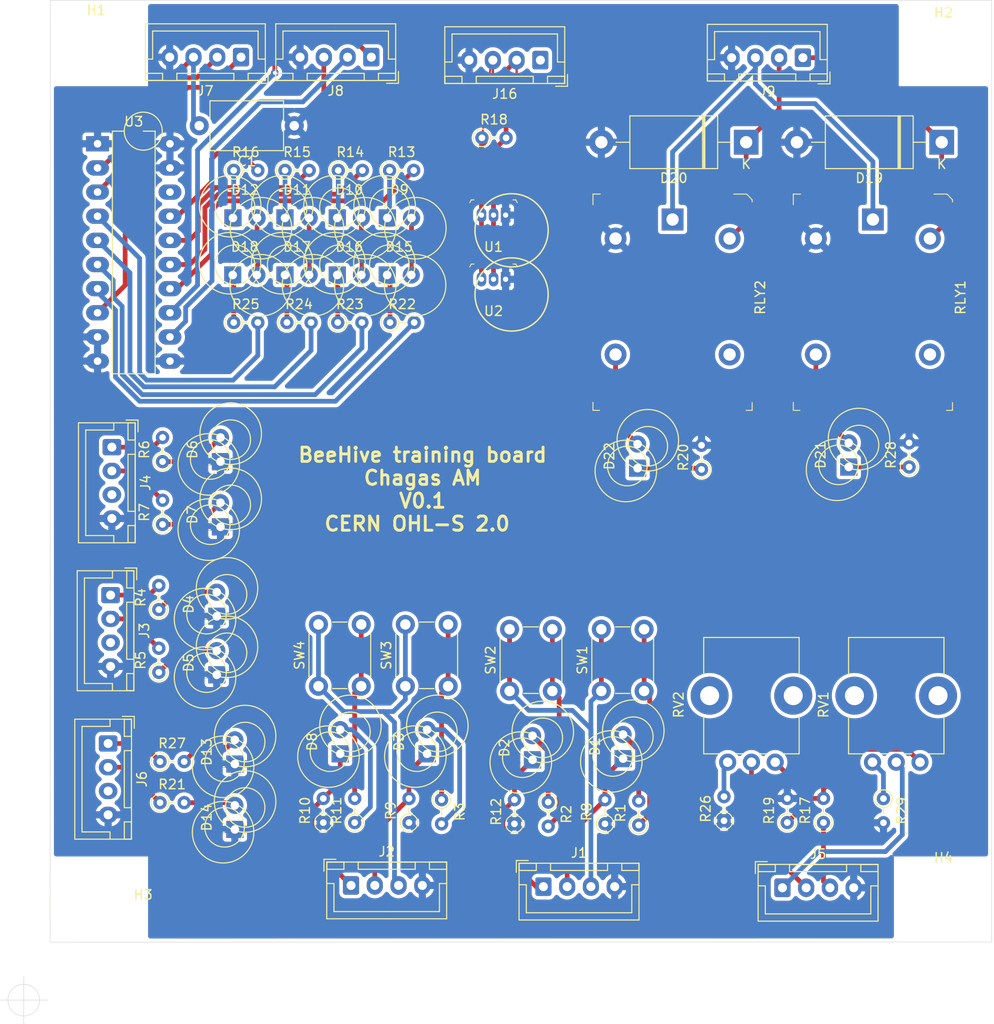
<source format=kicad_pcb>
(kicad_pcb (version 20171130) (host pcbnew "(5.1.4-0-10_14)")
  (layers (0 F.Cu signal) (31 B.Cu signal hide) (34 B.Paste user) (35 F.Paste user) (36 B.SilkS user) (37 F.SilkS user) (38 B.Mask user) (39 F.Mask user) (44 Edge.Cuts user))
  (net 0 "")
  (net 1 "Net-(D1-Pad1)")
  (net 2 "Net-(D2-Pad1)")
  (net 3 "Net-(D2-Pad2)")
  (net 4 "Net-(D3-Pad1)")
  (net 5 "Net-(D3-Pad2)")
  (net 6 "GND")
  (net 7 "Net-(D4-Pad2)")
  (net 8 "Net-(D5-Pad2)")
  (net 9 "Net-(D6-Pad2)")
  (net 10 "Net-(D7-Pad2)")
  (net 11 "Net-(D8-Pad1)")
  (net 12 "Net-(D8-Pad2)")
  (net 13 "Net-(D9-Pad1)")
  (net 14 "Net-(D11-Pad1)")
  (net 15 "Net-(D13-Pad2)")
  (net 16 "Net-(J6-Pad2)")
  (net 17 "Net-(J6-Pad1)")
  (net 18 "Net-(D14-Pad2)")
  (net 19 "Net-(D15-Pad1)")
  (net 20 "Net-(D16-Pad1)")
  (net 21 "Net-(D17-Pad1)")
  (net 22 "+5V")
  (net 23 "Net-(J3-Pad2)")
  (net 24 "Net-(J3-Pad1)")
  (net 25 "Net-(J4-Pad1)")
  (net 26 "Net-(J4-Pad2)")
  (net 27 "Net-(J5-Pad1)")
  (net 28 "Net-(J5-Pad2)")
  (net 29 "Net-(J7-Pad1)")
  (net 30 "Net-(J8-Pad1)")
  (net 31 "Net-(R1-Pad1)")
  (net 32 "Net-(R2-Pad2)")
  (net 33 "Net-(R17-Pad2)")
  (net 35 "Net-(J16-Pad2)")
  (net 36 "Net-(R26-Pad2)")
  (net 39 "Net-(D1-Pad2)")
  (net 40 "Net-(D21-Pad1)")
  (net 41 "Net-(D21-Pad2)")
  (net 42 "Net-(D22-Pad2)")
  (net 43 "Net-(D22-Pad1)")
  (net 44 "Net-(J7-Pad2)")
  (net 45 "Net-(J8-Pad2)")
  (net 47 "Net-(D10-Pad1)")
  (net 48 "Net-(D12-Pad1)")
  (net 49 "Net-(R3-Pad1)")
  (net 50 "Net-(R11-Pad2)")
  (net 51 "Net-(D19-Pad1)")
  (net 52 "Net-(D20-Pad1)")
  (net 53 "Net-(D18-Pad1)")
  (net 54 "Net-(R13-Pad2)")
  (net 55 "Net-(R14-Pad2)")
  (net 56 "Net-(R15-Pad2)")
  (net 57 "Net-(R16-Pad2)")
  (net 58 "Net-(R22-Pad2)")
  (net 59 "Net-(R23-Pad2)")
  (net 60 "Net-(R24-Pad2)")
  (net 61 "Net-(R25-Pad2)")
  (net 62 "Net-(RV1-Pad3)")
  (module "LED_THT:LED_D3.0mm" (layer "F.Cu") (at 97.099 100.076 90)
    (fp_text reference "D1" (at 1.27 -2.96 90) (layer "F.SilkS"))
    (fp_text value "LED")
    (pad "1" thru_hole rect (at 0 0 90) (size 1.8 1.8) (drill 0.9) (layers *.Cu *.Mask) (net 1 "Net-(D1-Pad1)"))
    (pad "2" thru_hole circle (at 2.54 0 90) (size 1.8 1.8) (drill 0.9) (layers *.Cu *.Mask) (net 39 "Net-(D1-Pad2)"))
  )
  (module "LED_THT:LED_D3.0mm" (layer "F.Cu") (at 76.478 99.568 90)
    (fp_text reference "D3" (at 1.27 -2.96 90) (layer "F.SilkS"))
    (fp_text value "LED")
    (pad "1" thru_hole rect (at 0 0 90) (size 1.8 1.8) (drill 0.9) (layers *.Cu *.Mask) (net 4 "Net-(D3-Pad1)"))
    (pad "2" thru_hole circle (at 2.54 0 90) (size 1.8 1.8) (drill 0.9) (layers *.Cu *.Mask) (net 5 "Net-(D3-Pad2)"))
  )
  (module "LED_THT:LED_D3.0mm" (layer "F.Cu") (at 54.346 85.103 90)
    (fp_text reference "D4" (at 1.27 -2.96 90) (layer "F.SilkS"))
    (fp_text value "LED")
    (pad "1" thru_hole rect (at 0 0 90) (size 1.8 1.8) (drill 0.9) (layers *.Cu *.Mask) (net 6 "GND"))
    (pad "2" thru_hole circle (at 2.54 0 90) (size 1.8 1.8) (drill 0.9) (layers *.Cu *.Mask) (net 7 "Net-(D4-Pad2)"))
  )
  (module "LED_THT:LED_D3.0mm" (layer "F.Cu") (at 54.346 91.254 90)
    (fp_text reference "D5" (at 1.27 -2.96 90) (layer "F.SilkS"))
    (fp_text value "LED")
    (pad "1" thru_hole rect (at 0 0 90) (size 1.8 1.8) (drill 0.9) (layers *.Cu *.Mask) (net 6 "GND"))
    (pad "2" thru_hole circle (at 2.54 0 90) (size 1.8 1.8) (drill 0.9) (layers *.Cu *.Mask) (net 8 "Net-(D5-Pad2)"))
  )
  (module "LED_THT:LED_D3.0mm" (layer "F.Cu") (at 54.737 68.834 90)
    (fp_text reference "D6" (at 1.27 -2.96 90) (layer "F.SilkS"))
    (fp_text value "LED")
    (pad "1" thru_hole rect (at 0 0 90) (size 1.8 1.8) (drill 0.9) (layers *.Cu *.Mask) (net 6 "GND"))
    (pad "2" thru_hole circle (at 2.54 0 90) (size 1.8 1.8) (drill 0.9) (layers *.Cu *.Mask) (net 9 "Net-(D6-Pad2)"))
  )
  (module "LED_THT:LED_D3.0mm" (layer "F.Cu") (at 54.737 75.692 90)
    (fp_text reference "D7" (at 1.27 -2.96 90) (layer "F.SilkS"))
    (fp_text value "LED")
    (pad "1" thru_hole rect (at 0 0 90) (size 1.8 1.8) (drill 0.9) (layers *.Cu *.Mask) (net 6 "GND"))
    (pad "2" thru_hole circle (at 2.54 0 90) (size 1.8 1.8) (drill 0.9) (layers *.Cu *.Mask) (net 10 "Net-(D7-Pad2)"))
  )
  (module "LED_THT:LED_D3.0mm" (layer "F.Cu") (at 67.334 99.568 90)
    (fp_text reference "D8" (at 1.27 -2.96 90) (layer "F.SilkS"))
    (fp_text value "LED")
    (pad "1" thru_hole rect (at 0 0 90) (size 1.8 1.8) (drill 0.9) (layers *.Cu *.Mask) (net 11 "Net-(D8-Pad1)"))
    (pad "2" thru_hole circle (at 2.54 0 90) (size 1.8 1.8) (drill 0.9) (layers *.Cu *.Mask) (net 12 "Net-(D8-Pad2)"))
  )
  (module "LED_THT:LED_D3.0mm" (layer "F.Cu") (at 72.3 43.2)
    (fp_text reference "D9" (at 1.27 -2.96) (layer "F.SilkS"))
    (fp_text value "LED")
    (pad "1" thru_hole rect (at 0 0) (size 1.8 1.8) (drill 0.9) (layers *.Cu *.Mask) (net 13 "Net-(D9-Pad1)"))
    (pad "2" thru_hole circle (at 2.54 0) (size 1.8 1.8) (drill 0.9) (layers *.Cu *.Mask) (net 22 "+5V"))
  )
  (module "LED_THT:LED_D3.0mm" (layer "F.Cu") (at 67.025 43.2)
    (fp_text reference "D10" (at 1.27 -2.96) (layer "F.SilkS"))
    (fp_text value "LED")
    (pad "1" thru_hole rect (at 0 0) (size 1.8 1.8) (drill 0.9) (layers *.Cu *.Mask) (net 47 "Net-(D10-Pad1)"))
    (pad "2" thru_hole circle (at 2.54 0) (size 1.8 1.8) (drill 0.9) (layers *.Cu *.Mask) (net 22 "+5V"))
  )
  (module "LED_THT:LED_D3.0mm" (layer "F.Cu") (at 61.525 43.2)
    (fp_text reference "D11" (at 1.27 -2.96) (layer "F.SilkS"))
    (fp_text value "LED")
    (pad "1" thru_hole rect (at 0 0) (size 1.8 1.8) (drill 0.9) (layers *.Cu *.Mask) (net 14 "Net-(D11-Pad1)"))
    (pad "2" thru_hole circle (at 2.54 0) (size 1.8 1.8) (drill 0.9) (layers *.Cu *.Mask) (net 22 "+5V"))
  )
  (module "LED_THT:LED_D3.0mm" (layer "F.Cu") (at 56.05 43.2)
    (fp_text reference "D12" (at 1.27 -2.96) (layer "F.SilkS"))
    (fp_text value "LED")
    (pad "1" thru_hole rect (at 0 0) (size 1.8 1.8) (drill 0.9) (layers *.Cu *.Mask) (net 48 "Net-(D12-Pad1)"))
    (pad "2" thru_hole circle (at 2.54 0) (size 1.8 1.8) (drill 0.9) (layers *.Cu *.Mask) (net 22 "+5V"))
  )
  (module "LED_THT:LED_D3.0mm" (layer "F.Cu") (at 56.25 100.642 90)
    (fp_text reference "D13" (at 1.27 -2.96 90) (layer "F.SilkS"))
    (fp_text value "LED")
    (pad "1" thru_hole rect (at 0 0 90) (size 1.8 1.8) (drill 0.9) (layers *.Cu *.Mask) (net 6 "GND"))
    (pad "2" thru_hole circle (at 2.54 0 90) (size 1.8 1.8) (drill 0.9) (layers *.Cu *.Mask) (net 15 "Net-(D13-Pad2)"))
  )
  (module "LED_THT:LED_D3.0mm" (layer "F.Cu") (at 56.25 107.525 90)
    (fp_text reference "D14" (at 1.27 -2.96 90) (layer "F.SilkS"))
    (fp_text value "LED")
    (pad "1" thru_hole rect (at 0 0 90) (size 1.8 1.8) (drill 0.9) (layers *.Cu *.Mask) (net 6 "GND"))
    (pad "2" thru_hole circle (at 2.54 0 90) (size 1.8 1.8) (drill 0.9) (layers *.Cu *.Mask) (net 18 "Net-(D14-Pad2)"))
  )
  (module "LED_THT:LED_D3.0mm" (layer "F.Cu") (at 72.275 49.2)
    (fp_text reference "D15" (at 1.27 -2.96) (layer "F.SilkS"))
    (fp_text value "LED")
    (pad "1" thru_hole rect (at 0 0) (size 1.8 1.8) (drill 0.9) (layers *.Cu *.Mask) (net 19 "Net-(D15-Pad1)"))
    (pad "2" thru_hole circle (at 2.54 0) (size 1.8 1.8) (drill 0.9) (layers *.Cu *.Mask) (net 22 "+5V"))
  )
  (module "LED_THT:LED_D3.0mm" (layer "F.Cu") (at 67.025 49.2)
    (fp_text reference "D16" (at 1.27 -2.96) (layer "F.SilkS"))
    (fp_text value "LED")
    (pad "1" thru_hole rect (at 0 0) (size 1.8 1.8) (drill 0.9) (layers *.Cu *.Mask) (net 20 "Net-(D16-Pad1)"))
    (pad "2" thru_hole circle (at 2.54 0) (size 1.8 1.8) (drill 0.9) (layers *.Cu *.Mask) (net 22 "+5V"))
  )
  (module "LED_THT:LED_D3.0mm" (layer "F.Cu") (at 61.525 49.2)
    (fp_text reference "D17" (at 1.27 -2.96) (layer "F.SilkS"))
    (fp_text value "LED")
    (pad "1" thru_hole rect (at 0 0) (size 1.8 1.8) (drill 0.9) (layers *.Cu *.Mask) (net 21 "Net-(D17-Pad1)"))
    (pad "2" thru_hole circle (at 2.54 0) (size 1.8 1.8) (drill 0.9) (layers *.Cu *.Mask) (net 22 "+5V"))
  )
  (module "LED_THT:LED_D3.0mm" (layer "F.Cu") (at 56.025 49.2)
    (fp_text reference "D18" (at 1.27 -2.96) (layer "F.SilkS"))
    (fp_text value "LED")
    (pad "1" thru_hole rect (at 0 0) (size 1.8 1.8) (drill 0.9) (layers *.Cu *.Mask) (net 53 "Net-(D18-Pad1)"))
    (pad "2" thru_hole circle (at 2.54 0) (size 1.8 1.8) (drill 0.9) (layers *.Cu *.Mask) (net 22 "+5V"))
  )
  (module "Connector_JST:JST_XH_B4B-XH-A_1x04_P2.50mm_Vertical" (layer "F.Cu") (at 88.717 113.538)
    (fp_text reference "J1" (at 3.75 -3.55) (layer "F.SilkS"))
    (fp_text value "Conn_01x04")
    (pad "1" thru_hole roundrect (at 0 0) (size 1.7 1.95) (drill 0.95) (layers *.Cu *.Mask) (roundrect_rratio 0.1470588235) (net 2 "Net-(D2-Pad1)"))
    (pad "2" thru_hole oval (at 2.5 0) (size 1.7 1.95) (drill 0.95) (layers *.Cu *.Mask) (net 1 "Net-(D1-Pad1)"))
    (pad "3" thru_hole oval (at 5 0) (size 1.7 1.95) (drill 0.95) (layers *.Cu *.Mask) (net 22 "+5V"))
    (pad "4" thru_hole oval (at 7.5 0) (size 1.7 1.95) (drill 0.95) (layers *.Cu *.Mask) (net 6 "GND"))
  )
  (module "Connector_JST:JST_XH_B4B-XH-A_1x04_P2.50mm_Vertical" (layer "F.Cu") (at 68.477 113.411)
    (fp_text reference "J2" (at 3.75 -3.55) (layer "F.SilkS"))
    (fp_text value "Conn_01x04")
    (pad "1" thru_hole roundrect (at 0 0) (size 1.7 1.95) (drill 0.95) (layers *.Cu *.Mask) (roundrect_rratio 0.1470588235) (net 11 "Net-(D8-Pad1)"))
    (pad "2" thru_hole oval (at 2.5 0) (size 1.7 1.95) (drill 0.95) (layers *.Cu *.Mask) (net 4 "Net-(D3-Pad1)"))
    (pad "3" thru_hole oval (at 5 0) (size 1.7 1.95) (drill 0.95) (layers *.Cu *.Mask) (net 22 "+5V"))
    (pad "4" thru_hole oval (at 7.5 0) (size 1.7 1.95) (drill 0.95) (layers *.Cu *.Mask) (net 6 "GND"))
  )
  (module "Connector_JST:JST_XH_B4B-XH-A_1x04_P2.50mm_Vertical" (layer "F.Cu") (at 43.17 82.872 -90)
    (fp_text reference "J3" (at 3.75 -3.55 90) (layer "F.SilkS"))
    (fp_text value "Conn_01x04")
    (pad "1" thru_hole roundrect (at 0 0 270) (size 1.7 1.95) (drill 0.95) (layers *.Cu *.Mask) (roundrect_rratio 0.1470588235) (net 24 "Net-(J3-Pad1)"))
    (pad "2" thru_hole oval (at 2.5 0 270) (size 1.7 1.95) (drill 0.95) (layers *.Cu *.Mask) (net 23 "Net-(J3-Pad2)"))
    (pad "3" thru_hole oval (at 5 0 270) (size 1.7 1.95) (drill 0.95) (layers *.Cu *.Mask) (net 22 "+5V"))
    (pad "4" thru_hole oval (at 7.5 0 270) (size 1.7 1.95) (drill 0.95) (layers *.Cu *.Mask) (net 6 "GND"))
  )
  (module "Connector_JST:JST_XH_B4B-XH-A_1x04_P2.50mm_Vertical" (layer "F.Cu") (at 43.307 67.31 -90)
    (fp_text reference "J4" (at 3.75 -3.55 90) (layer "F.SilkS"))
    (fp_text value "Conn_01x04")
    (pad "1" thru_hole roundrect (at 0 0 270) (size 1.7 1.95) (drill 0.95) (layers *.Cu *.Mask) (roundrect_rratio 0.1470588235) (net 25 "Net-(J4-Pad1)"))
    (pad "2" thru_hole oval (at 2.5 0 270) (size 1.7 1.95) (drill 0.95) (layers *.Cu *.Mask) (net 26 "Net-(J4-Pad2)"))
    (pad "3" thru_hole oval (at 5 0 270) (size 1.7 1.95) (drill 0.95) (layers *.Cu *.Mask) (net 22 "+5V"))
    (pad "4" thru_hole oval (at 7.5 0 270) (size 1.7 1.95) (drill 0.95) (layers *.Cu *.Mask) (net 6 "GND"))
  )
  (module "Connector_JST:JST_XH_B4B-XH-A_1x04_P2.50mm_Vertical" (layer "F.Cu") (at 113.869999 113.657999)
    (fp_text reference "J5" (at 3.75 -3.55) (layer "F.SilkS"))
    (fp_text value "Conn_01x04")
    (pad "1" thru_hole roundrect (at 0 0) (size 1.7 1.95) (drill 0.95) (layers *.Cu *.Mask) (roundrect_rratio 0.1470588235) (net 27 "Net-(J5-Pad1)"))
    (pad "2" thru_hole oval (at 2.5 0) (size 1.7 1.95) (drill 0.95) (layers *.Cu *.Mask) (net 28 "Net-(J5-Pad2)"))
    (pad "3" thru_hole oval (at 5 0) (size 1.7 1.95) (drill 0.95) (layers *.Cu *.Mask) (net 22 "+5V"))
    (pad "4" thru_hole oval (at 7.5 0) (size 1.7 1.95) (drill 0.95) (layers *.Cu *.Mask) (net 6 "GND"))
  )
  (module "Resistor_THT:R_Axial_DIN0204_L3.6mm_D1.6mm_P2.54mm_Vertical" (layer "F.Cu") (at 98.75 107.061 90)
    (fp_text reference "R1" (at 1.27 -1.92 90) (layer "F.SilkS"))
    (fp_text value "220")
    (pad "1" thru_hole circle (at 0 0 90) (size 1.4 1.4) (drill 0.7) (layers *.Cu *.Mask) (net 31 "Net-(R1-Pad1)"))
    (pad "2" thru_hole oval (at 2.54 0 90) (size 1.4 1.4) (drill 0.7) (layers *.Cu *.Mask) (net 39 "Net-(D1-Pad2)"))
  )
  (module "Resistor_THT:R_Axial_DIN0204_L3.6mm_D1.6mm_P2.54mm_Vertical" (layer "F.Cu") (at 89.225 104.648 -90)
    (fp_text reference "R2" (at 1.27 -1.92 90) (layer "F.SilkS"))
    (fp_text value "220")
    (pad "1" thru_hole circle (at 0 0 270) (size 1.4 1.4) (drill 0.7) (layers *.Cu *.Mask) (net 3 "Net-(D2-Pad2)"))
    (pad "2" thru_hole oval (at 2.54 0 270) (size 1.4 1.4) (drill 0.7) (layers *.Cu *.Mask) (net 32 "Net-(R2-Pad2)"))
  )
  (module "Resistor_THT:R_Axial_DIN0204_L3.6mm_D1.6mm_P2.54mm_Vertical" (layer "F.Cu") (at 78.002 104.394 -90)
    (fp_text reference "R3" (at 1.27 -1.92 90) (layer "F.SilkS"))
    (fp_text value "220")
    (pad "1" thru_hole circle (at 0 0 270) (size 1.4 1.4) (drill 0.7) (layers *.Cu *.Mask) (net 49 "Net-(R3-Pad1)"))
    (pad "2" thru_hole oval (at 2.54 0 270) (size 1.4 1.4) (drill 0.7) (layers *.Cu *.Mask) (net 5 "Net-(D3-Pad2)"))
  )
  (module "Resistor_THT:R_Axial_DIN0204_L3.6mm_D1.6mm_P2.54mm_Vertical" (layer "F.Cu") (at 48.25 84.396 90)
    (fp_text reference "R4" (at 1.27 -1.92 90) (layer "F.SilkS"))
    (fp_text value "220")
    (pad "1" thru_hole circle (at 0 0 90) (size 1.4 1.4) (drill 0.7) (layers *.Cu *.Mask) (net 7 "Net-(D4-Pad2)"))
    (pad "2" thru_hole oval (at 2.54 0 90) (size 1.4 1.4) (drill 0.7) (layers *.Cu *.Mask) (net 24 "Net-(J3-Pad1)"))
  )
  (module "Resistor_THT:R_Axial_DIN0204_L3.6mm_D1.6mm_P2.54mm_Vertical" (layer "F.Cu") (at 48.25 91 90)
    (fp_text reference "R5" (at 1.27 -1.92 90) (layer "F.SilkS"))
    (fp_text value "220")
    (pad "1" thru_hole circle (at 0 0 90) (size 1.4 1.4) (drill 0.7) (layers *.Cu *.Mask) (net 8 "Net-(D5-Pad2)"))
    (pad "2" thru_hole oval (at 2.54 0 90) (size 1.4 1.4) (drill 0.7) (layers *.Cu *.Mask) (net 23 "Net-(J3-Pad2)"))
  )
  (module "Resistor_THT:R_Axial_DIN0204_L3.6mm_D1.6mm_P2.54mm_Vertical" (layer "F.Cu") (at 48.641 68.834 90)
    (fp_text reference "R6" (at 1.27 -1.92 90) (layer "F.SilkS"))
    (fp_text value "220")
    (pad "1" thru_hole circle (at 0 0 90) (size 1.4 1.4) (drill 0.7) (layers *.Cu *.Mask) (net 9 "Net-(D6-Pad2)"))
    (pad "2" thru_hole oval (at 2.54 0 90) (size 1.4 1.4) (drill 0.7) (layers *.Cu *.Mask) (net 25 "Net-(J4-Pad1)"))
  )
  (module "Resistor_THT:R_Axial_DIN0204_L3.6mm_D1.6mm_P2.54mm_Vertical" (layer "F.Cu") (at 48.641 75.438 90)
    (fp_text reference "R7" (at 1.27 -1.92 90) (layer "F.SilkS"))
    (fp_text value "220")
    (pad "1" thru_hole circle (at 0 0 90) (size 1.4 1.4) (drill 0.7) (layers *.Cu *.Mask) (net 10 "Net-(D7-Pad2)"))
    (pad "2" thru_hole oval (at 2.54 0 90) (size 1.4 1.4) (drill 0.7) (layers *.Cu *.Mask) (net 26 "Net-(J4-Pad2)"))
  )
  (module "Resistor_THT:R_Axial_DIN0204_L3.6mm_D1.6mm_P2.54mm_Vertical" (layer "F.Cu") (at 95.194 106.934 90)
    (fp_text reference "R8" (at 1.27 -1.92 90) (layer "F.SilkS"))
    (fp_text value "1k")
    (pad "1" thru_hole circle (at 0 0 90) (size 1.4 1.4) (drill 0.7) (layers *.Cu *.Mask) (net 6 "GND"))
    (pad "2" thru_hole oval (at 2.54 0 90) (size 1.4 1.4) (drill 0.7) (layers *.Cu *.Mask) (net 1 "Net-(D1-Pad1)"))
  )
  (module "Resistor_THT:R_Axial_DIN0204_L3.6mm_D1.6mm_P2.54mm_Vertical" (layer "F.Cu") (at 74.573 106.807 90)
    (fp_text reference "R9" (at 1.27 -1.92 90) (layer "F.SilkS"))
    (fp_text value "1k")
    (pad "1" thru_hole circle (at 0 0 90) (size 1.4 1.4) (drill 0.7) (layers *.Cu *.Mask) (net 6 "GND"))
    (pad "2" thru_hole oval (at 2.54 0 90) (size 1.4 1.4) (drill 0.7) (layers *.Cu *.Mask) (net 4 "Net-(D3-Pad1)"))
  )
  (module "Resistor_THT:R_Axial_DIN0204_L3.6mm_D1.6mm_P2.54mm_Vertical" (layer "F.Cu") (at 65.556 106.807 90)
    (fp_text reference "R10" (at 1.27 -1.92 90) (layer "F.SilkS"))
    (fp_text value "1k")
    (pad "1" thru_hole circle (at 0 0 90) (size 1.4 1.4) (drill 0.7) (layers *.Cu *.Mask) (net 6 "GND"))
    (pad "2" thru_hole oval (at 2.54 0 90) (size 1.4 1.4) (drill 0.7) (layers *.Cu *.Mask) (net 11 "Net-(D8-Pad1)"))
  )
  (module "Resistor_THT:R_Axial_DIN0204_L3.6mm_D1.6mm_P2.54mm_Vertical" (layer "F.Cu") (at 68.858 106.807 90)
    (fp_text reference "R11" (at 1.27 -1.92 90) (layer "F.SilkS"))
    (fp_text value "220")
    (pad "1" thru_hole circle (at 0 0 90) (size 1.4 1.4) (drill 0.7) (layers *.Cu *.Mask) (net 12 "Net-(D8-Pad2)"))
    (pad "2" thru_hole oval (at 2.54 0 90) (size 1.4 1.4) (drill 0.7) (layers *.Cu *.Mask) (net 50 "Net-(R11-Pad2)"))
  )
  (module "Resistor_THT:R_Axial_DIN0204_L3.6mm_D1.6mm_P2.54mm_Vertical" (layer "F.Cu") (at 85.669 106.934 90)
    (fp_text reference "R12" (at 1.27 -1.92 90) (layer "F.SilkS"))
    (fp_text value "1k")
    (pad "1" thru_hole circle (at 0 0 90) (size 1.4 1.4) (drill 0.7) (layers *.Cu *.Mask) (net 6 "GND"))
    (pad "2" thru_hole oval (at 2.54 0 90) (size 1.4 1.4) (drill 0.7) (layers *.Cu *.Mask) (net 2 "Net-(D2-Pad1)"))
  )
  (module "Resistor_THT:R_Axial_DIN0204_L3.6mm_D1.6mm_P2.54mm_Vertical" (layer "F.Cu") (at 72.53 38.2)
    (fp_text reference "R13" (at 1.27 -1.92) (layer "F.SilkS"))
    (fp_text value "560")
    (pad "1" thru_hole circle (at 0 0) (size 1.4 1.4) (drill 0.7) (layers *.Cu *.Mask) (net 13 "Net-(D9-Pad1)"))
    (pad "2" thru_hole oval (at 2.54 0) (size 1.4 1.4) (drill 0.7) (layers *.Cu *.Mask) (net 54 "Net-(R13-Pad2)"))
  )
  (module "Resistor_THT:R_Axial_DIN0204_L3.6mm_D1.6mm_P2.54mm_Vertical" (layer "F.Cu") (at 67.13 38.2)
    (fp_text reference "R14" (at 1.27 -1.92) (layer "F.SilkS"))
    (fp_text value "560")
    (pad "1" thru_hole circle (at 0 0) (size 1.4 1.4) (drill 0.7) (layers *.Cu *.Mask) (net 47 "Net-(D10-Pad1)"))
    (pad "2" thru_hole oval (at 2.54 0) (size 1.4 1.4) (drill 0.7) (layers *.Cu *.Mask) (net 55 "Net-(R14-Pad2)"))
  )
  (module "Resistor_THT:R_Axial_DIN0204_L3.6mm_D1.6mm_P2.54mm_Vertical" (layer "F.Cu") (at 61.53 38.2)
    (fp_text reference "R15" (at 1.27 -1.92) (layer "F.SilkS"))
    (fp_text value "560")
    (pad "1" thru_hole circle (at 0 0) (size 1.4 1.4) (drill 0.7) (layers *.Cu *.Mask) (net 14 "Net-(D11-Pad1)"))
    (pad "2" thru_hole oval (at 2.54 0) (size 1.4 1.4) (drill 0.7) (layers *.Cu *.Mask) (net 56 "Net-(R15-Pad2)"))
  )
  (module "Resistor_THT:R_Axial_DIN0204_L3.6mm_D1.6mm_P2.54mm_Vertical" (layer "F.Cu") (at 56.13 38.2)
    (fp_text reference "R16" (at 1.27 -1.92) (layer "F.SilkS"))
    (fp_text value "560")
    (pad "1" thru_hole circle (at 0 0) (size 1.4 1.4) (drill 0.7) (layers *.Cu *.Mask) (net 48 "Net-(D12-Pad1)"))
    (pad "2" thru_hole oval (at 2.54 0) (size 1.4 1.4) (drill 0.7) (layers *.Cu *.Mask) (net 57 "Net-(R16-Pad2)"))
  )
  (module "Resistor_THT:R_Axial_DIN0204_L3.6mm_D1.6mm_P2.54mm_Vertical" (layer "F.Cu") (at 118.187999 106.799999 90)
    (fp_text reference "R17" (at 1.27 -1.92 90) (layer "F.SilkS"))
    (fp_text value "220")
    (pad "1" thru_hole circle (at 0 0 90) (size 1.4 1.4) (drill 0.7) (layers *.Cu *.Mask) (net 22 "+5V"))
    (pad "2" thru_hole oval (at 2.54 0 90) (size 1.4 1.4) (drill 0.7) (layers *.Cu *.Mask) (net 33 "Net-(R17-Pad2)"))
  )
  (module "Resistor_THT:R_Axial_DIN0204_L3.6mm_D1.6mm_P2.54mm_Vertical" (layer "F.Cu") (at 82.249 34.775)
    (fp_text reference "R18" (at 1.27 -1.92) (layer "F.SilkS"))
    (fp_text value "4.7k")
    (pad "1" thru_hole circle (at 0 0) (size 1.4 1.4) (drill 0.7) (layers *.Cu *.Mask) (net 22 "+5V"))
    (pad "2" thru_hole oval (at 2.54 0) (size 1.4 1.4) (drill 0.7) (layers *.Cu *.Mask) (net 35 "Net-(J16-Pad2)"))
  )
  (module "Resistor_THT:R_Axial_DIN0204_L3.6mm_D1.6mm_P2.54mm_Vertical" (layer "F.Cu") (at 114.377999 106.799999 90)
    (fp_text reference "R19" (at 1.27 -1.92 90) (layer "F.SilkS"))
    (fp_text value "330")
    (pad "1" thru_hole circle (at 0 0 90) (size 1.4 1.4) (drill 0.7) (layers *.Cu *.Mask) (net 33 "Net-(R17-Pad2)"))
    (pad "2" thru_hole oval (at 2.54 0 90) (size 1.4 1.4) (drill 0.7) (layers *.Cu *.Mask) (net 6 "GND"))
  )
  (module "Resistor_THT:R_Axial_DIN0204_L3.6mm_D1.6mm_P2.54mm_Vertical" (layer "F.Cu") (at 105.356 69.654 90)
    (fp_text reference "R20" (at 1.27 -1.92 90) (layer "F.SilkS"))
    (fp_text value "560")
    (pad "1" thru_hole circle (at 0 0 90) (size 1.4 1.4) (drill 0.7) (layers *.Cu *.Mask) (net 43 "Net-(D22-Pad1)"))
    (pad "2" thru_hole oval (at 2.54 0 90) (size 1.4 1.4) (drill 0.7) (layers *.Cu *.Mask) (net 6 "GND"))
  )
  (module "Resistor_THT:R_Axial_DIN0204_L3.6mm_D1.6mm_P2.54mm_Vertical" (layer "F.Cu") (at 48.376 104.706)
    (fp_text reference "R21" (at 1.27 -1.92) (layer "F.SilkS"))
    (fp_text value "560")
    (pad "1" thru_hole circle (at 0 0) (size 1.4 1.4) (drill 0.7) (layers *.Cu *.Mask) (net 16 "Net-(J6-Pad2)"))
    (pad "2" thru_hole oval (at 2.54 0) (size 1.4 1.4) (drill 0.7) (layers *.Cu *.Mask) (net 18 "Net-(D14-Pad2)"))
  )
  (module "Resistor_THT:R_Axial_DIN0204_L3.6mm_D1.6mm_P2.54mm_Vertical" (layer "F.Cu") (at 72.58 54.2)
    (fp_text reference "R22" (at 1.27 -1.92) (layer "F.SilkS"))
    (fp_text value "560")
    (pad "1" thru_hole circle (at 0 0) (size 1.4 1.4) (drill 0.7) (layers *.Cu *.Mask) (net 19 "Net-(D15-Pad1)"))
    (pad "2" thru_hole oval (at 2.54 0) (size 1.4 1.4) (drill 0.7) (layers *.Cu *.Mask) (net 58 "Net-(R22-Pad2)"))
  )
  (module "Resistor_THT:R_Axial_DIN0204_L3.6mm_D1.6mm_P2.54mm_Vertical" (layer "F.Cu") (at 67.08 54.2)
    (fp_text reference "R23" (at 1.27 -1.92) (layer "F.SilkS"))
    (fp_text value "560")
    (pad "1" thru_hole circle (at 0 0) (size 1.4 1.4) (drill 0.7) (layers *.Cu *.Mask) (net 20 "Net-(D16-Pad1)"))
    (pad "2" thru_hole oval (at 2.54 0) (size 1.4 1.4) (drill 0.7) (layers *.Cu *.Mask) (net 59 "Net-(R23-Pad2)"))
  )
  (module "Resistor_THT:R_Axial_DIN0204_L3.6mm_D1.6mm_P2.54mm_Vertical" (layer "F.Cu") (at 61.73 54.2)
    (fp_text reference "R24" (at 1.27 -1.92) (layer "F.SilkS"))
    (fp_text value "560")
    (pad "1" thru_hole circle (at 0 0) (size 1.4 1.4) (drill 0.7) (layers *.Cu *.Mask) (net 21 "Net-(D17-Pad1)"))
    (pad "2" thru_hole oval (at 2.54 0) (size 1.4 1.4) (drill 0.7) (layers *.Cu *.Mask) (net 60 "Net-(R24-Pad2)"))
  )
  (module "Resistor_THT:R_Axial_DIN0204_L3.6mm_D1.6mm_P2.54mm_Vertical" (layer "F.Cu") (at 56.13 54.2)
    (fp_text reference "R25" (at 1.27 -1.92) (layer "F.SilkS"))
    (fp_text value "560")
    (pad "1" thru_hole circle (at 0 0) (size 1.4 1.4) (drill 0.7) (layers *.Cu *.Mask) (net 53 "Net-(D18-Pad1)"))
    (pad "2" thru_hole oval (at 2.54 0) (size 1.4 1.4) (drill 0.7) (layers *.Cu *.Mask) (net 61 "Net-(R25-Pad2)"))
  )
  (module "Potentiometer_THT:Potentiometer_Alps_RK09K_Single_Vertical" (layer "F.Cu") (at 128.347999 100.449999 90)
    (fp_text reference "RV1" (at 6.05 -10.15 90) (layer "F.SilkS"))
    (fp_text value "1k")
    (pad "" np_thru_hole circle (at 7 -6.9 90) (size 4 4) (drill 2) (layers *.Cu *.Mask))
    (pad "" np_thru_hole circle (at 7 1.9 90) (size 4 4) (drill 2) (layers *.Cu *.Mask))
    (pad "1" thru_hole circle (at 0 0 90) (size 1.8 1.8) (drill 1) (layers *.Cu *.Mask) (net 33 "Net-(R17-Pad2)"))
    (pad "2" thru_hole circle (at 0 -2.5 90) (size 1.8 1.8) (drill 1) (layers *.Cu *.Mask) (net 27 "Net-(J5-Pad1)"))
    (pad "3" thru_hole circle (at 0 -5 90) (size 1.8 1.8) (drill 1) (layers *.Cu *.Mask) (net 62 "Net-(RV1-Pad3)"))
  )
  (module "Potentiometer_THT:Potentiometer_Alps_RK09K_Single_Vertical" (layer "F.Cu") (at 113.107999 100.449999 90)
    (fp_text reference "RV2" (at 6.05 -10.15 90) (layer "F.SilkS"))
    (fp_text value "1k")
    (pad "" np_thru_hole circle (at 7 -6.9 90) (size 4 4) (drill 2) (layers *.Cu *.Mask))
    (pad "" np_thru_hole circle (at 7 1.9 90) (size 4 4) (drill 2) (layers *.Cu *.Mask))
    (pad "1" thru_hole circle (at 0 0 90) (size 1.8 1.8) (drill 1) (layers *.Cu *.Mask) (net 33 "Net-(R17-Pad2)"))
    (pad "2" thru_hole circle (at 0 -2.5 90) (size 1.8 1.8) (drill 1) (layers *.Cu *.Mask) (net 28 "Net-(J5-Pad2)"))
    (pad "3" thru_hole circle (at 0 -5 90) (size 1.8 1.8) (drill 1) (layers *.Cu *.Mask) (net 36 "Net-(R26-Pad2)"))
  )
  (module "Button_Switch_THT:SW_PUSH_6mm" (layer "F.Cu") (at 94.813 92.964 90)
    (fp_text reference "SW1" (at 3.25 -2 90) (layer "F.SilkS"))
    (fp_text value "SW_Push")
    (pad "1" thru_hole circle (at 0 0 180) (size 2 2) (drill 1.1) (layers *.Cu *.Mask) (net 22 "+5V"))
    (pad "1" thru_hole circle (at 6.5 0 180) (size 2 2) (drill 1.1) (layers *.Cu *.Mask) (net 22 "+5V"))
    (pad "2" thru_hole circle (at 6.5 4.5 180) (size 2 2) (drill 1.1) (layers *.Cu *.Mask) (net 31 "Net-(R1-Pad1)"))
    (pad "2" thru_hole circle (at 0 4.5 180) (size 2 2) (drill 1.1) (layers *.Cu *.Mask) (net 31 "Net-(R1-Pad1)"))
  )
  (module "Button_Switch_THT:SW_PUSH_6mm" (layer "F.Cu") (at 85.161 92.964 90)
    (fp_text reference "SW2" (at 3.25 -2 90) (layer "F.SilkS"))
    (fp_text value "SW_Push")
    (pad "1" thru_hole circle (at 6.5 0 180) (size 2 2) (drill 1.1) (layers *.Cu *.Mask) (net 22 "+5V"))
    (pad "1" thru_hole circle (at 0 0 180) (size 2 2) (drill 1.1) (layers *.Cu *.Mask) (net 22 "+5V"))
    (pad "2" thru_hole circle (at 0 4.5 180) (size 2 2) (drill 1.1) (layers *.Cu *.Mask) (net 32 "Net-(R2-Pad2)"))
    (pad "2" thru_hole circle (at 6.5 4.5 180) (size 2 2) (drill 1.1) (layers *.Cu *.Mask) (net 32 "Net-(R2-Pad2)"))
  )
  (module "Button_Switch_THT:SW_PUSH_6mm" (layer "F.Cu") (at 74.192 92.456 90)
    (fp_text reference "SW3" (at 3.25 -2 90) (layer "F.SilkS"))
    (fp_text value "SW_Push")
    (pad "1" thru_hole circle (at 6.5 0 180) (size 2 2) (drill 1.1) (layers *.Cu *.Mask) (net 22 "+5V"))
    (pad "1" thru_hole circle (at 0 0 180) (size 2 2) (drill 1.1) (layers *.Cu *.Mask) (net 22 "+5V"))
    (pad "2" thru_hole circle (at 0 4.5 180) (size 2 2) (drill 1.1) (layers *.Cu *.Mask) (net 49 "Net-(R3-Pad1)"))
    (pad "2" thru_hole circle (at 6.5 4.5 180) (size 2 2) (drill 1.1) (layers *.Cu *.Mask) (net 49 "Net-(R3-Pad1)"))
  )
  (module "Button_Switch_THT:SW_PUSH_6mm" (layer "F.Cu") (at 65.048 92.456 90)
    (fp_text reference "SW4" (at 3.25 -2 90) (layer "F.SilkS"))
    (fp_text value "SW_Push")
    (pad "1" thru_hole circle (at 0 0 180) (size 2 2) (drill 1.1) (layers *.Cu *.Mask) (net 22 "+5V"))
    (pad "1" thru_hole circle (at 6.5 0 180) (size 2 2) (drill 1.1) (layers *.Cu *.Mask) (net 22 "+5V"))
    (pad "2" thru_hole circle (at 0 4.5 180) (size 2 2) (drill 1.1) (layers *.Cu *.Mask) (net 50 "Net-(R11-Pad2)"))
    (pad "2" thru_hole circle (at 6.5 4.5 180) (size 2 2) (drill 1.1) (layers *.Cu *.Mask) (net 50 "Net-(R11-Pad2)"))
  )
  (module "digikey-footprints:TO-92-3" (layer "F.Cu") (at 84.739 42.9 180)
    (fp_text reference "U1" (at 1.27 -3.35) (layer "F.SilkS"))
    (fp_text value "DS18S20_")
    (pad "1" thru_hole rect (at 0 0) (size 1 1.5) (drill 0.55) (layers *.Cu *.Mask) (net 6 "GND"))
    (pad "2" thru_hole oval (at 1.27 0) (size 1 1.5) (drill 0.55) (layers *.Cu *.Mask) (net 35 "Net-(J16-Pad2)"))
    (pad "3" thru_hole oval (at 2.54 0) (size 1 1.5) (drill 0.55) (layers *.Cu *.Mask) (net 22 "+5V"))
  )
  (module "digikey-footprints:TO-92-3" (layer "F.Cu") (at 84.739 49.65 180)
    (fp_text reference "U2" (at 1.27 -3.35) (layer "F.SilkS"))
    (fp_text value "DS18S20_")
    (pad "1" thru_hole rect (at 0 0) (size 1 1.5) (drill 0.55) (layers *.Cu *.Mask) (net 6 "GND"))
    (pad "2" thru_hole oval (at 1.27 0) (size 1 1.5) (drill 0.55) (layers *.Cu *.Mask) (net 35 "Net-(J16-Pad2)"))
    (pad "3" thru_hole oval (at 2.54 0) (size 1 1.5) (drill 0.55) (layers *.Cu *.Mask) (net 22 "+5V"))
  )
  (module "Connector_JST:JST_XH_B4B-XH-A_1x04_P2.50mm_Vertical" (layer "F.Cu") (at 88.4 26.6 180)
    (fp_text reference "J16" (at 3.75 -3.55) (layer "F.SilkS"))
    (fp_text value "Conn_01x04")
    (pad "1" thru_hole roundrect (at 0 0 180) (size 1.7 1.95) (drill 0.95) (layers *.Cu *.Mask) (roundrect_rratio 0.1470588235))
    (pad "2" thru_hole oval (at 2.5 0 180) (size 1.7 1.95) (drill 0.95) (layers *.Cu *.Mask) (net 35 "Net-(J16-Pad2)"))
    (pad "3" thru_hole oval (at 5 0 180) (size 1.7 1.95) (drill 0.95) (layers *.Cu *.Mask) (net 22 "+5V"))
    (pad "4" thru_hole oval (at 7.5 0 180) (size 1.7 1.95) (drill 0.95) (layers *.Cu *.Mask) (net 6 "GND"))
  )
  (module "Resistor_THT:R_Axial_DIN0204_L3.6mm_D1.6mm_P2.54mm_Vertical" (layer "F.Cu") (at 107.72 106.61 90)
    (fp_text reference "R26" (at 1.27 -1.92 90) (layer "F.SilkS"))
    (fp_text value "330")
    (pad "1" thru_hole circle (at 0 0 90) (size 1.4 1.4) (drill 0.7) (layers *.Cu *.Mask) (net 6 "GND"))
    (pad "2" thru_hole oval (at 2.54 0 90) (size 1.4 1.4) (drill 0.7) (layers *.Cu *.Mask) (net 36 "Net-(R26-Pad2)"))
  )
  (module "LED_THT:LED_D3.0mm" (layer "F.Cu") (at 87.574 100.203 90)
    (fp_text reference "D2" (at 1.27 -2.96 90) (layer "F.SilkS"))
    (fp_text value "LED")
    (pad "1" thru_hole rect (at 0 0 90) (size 1.8 1.8) (drill 0.9) (layers *.Cu *.Mask) (net 2 "Net-(D2-Pad1)"))
    (pad "2" thru_hole circle (at 2.54 0 90) (size 1.8 1.8) (drill 0.9) (layers *.Cu *.Mask) (net 3 "Net-(D2-Pad2)"))
  )
  (module "LED_THT:LED_D3.0mm" (layer "F.Cu") (at 120.85 69.4 90)
    (fp_text reference "D21" (at 1.27 -2.96 90) (layer "F.SilkS"))
    (fp_text value "LED")
    (pad "1" thru_hole rect (at 0 0 90) (size 1.8 1.8) (drill 0.9) (layers *.Cu *.Mask) (net 40 "Net-(D21-Pad1)"))
    (pad "2" thru_hole circle (at 2.54 0 90) (size 1.8 1.8) (drill 0.9) (layers *.Cu *.Mask) (net 41 "Net-(D21-Pad2)"))
  )
  (module "LED_THT:LED_D3.0mm" (layer "F.Cu") (at 98.625 69.527 90)
    (fp_text reference "D22" (at 1.27 -2.96 90) (layer "F.SilkS"))
    (fp_text value "LED")
    (pad "1" thru_hole rect (at 0 0 90) (size 1.8 1.8) (drill 0.9) (layers *.Cu *.Mask) (net 43 "Net-(D22-Pad1)"))
    (pad "2" thru_hole circle (at 2.54 0 90) (size 1.8 1.8) (drill 0.9) (layers *.Cu *.Mask) (net 42 "Net-(D22-Pad2)"))
  )
  (module "Connector_JST:JST_XH_B4B-XH-A_1x04_P2.50mm_Vertical" (layer "F.Cu") (at 56.896 26.289 180)
    (fp_text reference "J7" (at 3.75 -3.55) (layer "F.SilkS"))
    (fp_text value "Conn_01x04")
    (pad "1" thru_hole roundrect (at 0 0 180) (size 1.7 1.95) (drill 0.95) (layers *.Cu *.Mask) (roundrect_rratio 0.1470588235) (net 29 "Net-(J7-Pad1)"))
    (pad "2" thru_hole oval (at 2.5 0 180) (size 1.7 1.95) (drill 0.95) (layers *.Cu *.Mask) (net 44 "Net-(J7-Pad2)"))
    (pad "3" thru_hole oval (at 5 0 180) (size 1.7 1.95) (drill 0.95) (layers *.Cu *.Mask) (net 22 "+5V"))
    (pad "4" thru_hole oval (at 7.5 0 180) (size 1.7 1.95) (drill 0.95) (layers *.Cu *.Mask) (net 6 "GND"))
  )
  (module "Connector_JST:JST_XH_B4B-XH-A_1x04_P2.50mm_Vertical" (layer "F.Cu") (at 70.612 26.289 180)
    (fp_text reference "J8" (at 3.75 -3.55) (layer "F.SilkS"))
    (fp_text value "Conn_01x04")
    (pad "1" thru_hole roundrect (at 0 0 180) (size 1.7 1.95) (drill 0.95) (layers *.Cu *.Mask) (roundrect_rratio 0.1470588235) (net 30 "Net-(J8-Pad1)"))
    (pad "2" thru_hole oval (at 2.5 0 180) (size 1.7 1.95) (drill 0.95) (layers *.Cu *.Mask) (net 45 "Net-(J8-Pad2)"))
    (pad "3" thru_hole oval (at 5 0 180) (size 1.7 1.95) (drill 0.95) (layers *.Cu *.Mask) (net 22 "+5V"))
    (pad "4" thru_hole oval (at 7.5 0 180) (size 1.7 1.95) (drill 0.95) (layers *.Cu *.Mask) (net 6 "GND"))
  )
  (module "Connector_JST:JST_XH_B4B-XH-A_1x04_P2.50mm_Vertical" (layer "F.Cu") (at 116.024 26.347 180)
    (fp_text reference "J9" (at 3.75 -3.55) (layer "F.SilkS"))
    (fp_text value "Conn_01x04")
    (pad "1" thru_hole roundrect (at 0 0 180) (size 1.7 1.95) (drill 0.95) (layers *.Cu *.Mask) (roundrect_rratio 0.1470588235) (net 51 "Net-(D19-Pad1)"))
    (pad "2" thru_hole oval (at 2.5 0 180) (size 1.7 1.95) (drill 0.95) (layers *.Cu *.Mask) (net 52 "Net-(D20-Pad1)"))
    (pad "3" thru_hole oval (at 5 0 180) (size 1.7 1.95) (drill 0.95) (layers *.Cu *.Mask) (net 22 "+5V"))
    (pad "4" thru_hole oval (at 7.5 0 180) (size 1.7 1.95) (drill 0.95) (layers *.Cu *.Mask) (net 6 "GND"))
  )
  (module "Resistor_THT:R_Axial_DIN0204_L3.6mm_D1.6mm_P2.54mm_Vertical" (layer "F.Cu") (at 48.376 100.388)
    (fp_text reference "R27" (at 1.27 -1.92) (layer "F.SilkS"))
    (fp_text value "560")
    (pad "1" thru_hole circle (at 0 0) (size 1.4 1.4) (drill 0.7) (layers *.Cu *.Mask) (net 17 "Net-(J6-Pad1)"))
    (pad "2" thru_hole oval (at 2.54 0) (size 1.4 1.4) (drill 0.7) (layers *.Cu *.Mask) (net 15 "Net-(D13-Pad2)"))
  )
  (module "Resistor_THT:R_Axial_DIN0204_L3.6mm_D1.6mm_P2.54mm_Vertical" (layer "F.Cu") (at 127.2 69.4 90)
    (fp_text reference "R28" (at 1.27 -1.92 90) (layer "F.SilkS"))
    (fp_text value "560")
    (pad "1" thru_hole circle (at 0 0 90) (size 1.4 1.4) (drill 0.7) (layers *.Cu *.Mask) (net 40 "Net-(D21-Pad1)"))
    (pad "2" thru_hole oval (at 2.54 0 90) (size 1.4 1.4) (drill 0.7) (layers *.Cu *.Mask) (net 6 "GND"))
  )
  (module "digikey-footprints:Relay_THT_G5LE-14" (layer "F.Cu") (at 123.39 43.365 -90)
    (fp_text reference "RLY1" (at 8.2 -9.225 90) (layer "F.SilkS"))
    (fp_text value "G5LE-14_DC5")
    (pad "1" thru_hole rect (at 0 0 270) (size 2.3 2.3) (drill 1.3) (layers *.Cu *.Mask) (net 22 "+5V"))
    (pad "2" thru_hole circle (at 2 6 270) (size 2.3 2.3) (drill 1.3) (layers *.Cu *.Mask) (net 6 "GND"))
    (pad "3" thru_hole circle (at 14.2 6 270) (size 2.3 2.3) (drill 1.3) (layers *.Cu *.Mask) (net 41 "Net-(D21-Pad2)"))
    (pad "4" thru_hole circle (at 14.2 -6 270) (size 2.3 2.3) (drill 1.3) (layers *.Cu *.Mask))
    (pad "5" thru_hole circle (at 2 -6 270) (size 2.3 2.3) (drill 1.3) (layers *.Cu *.Mask) (net 51 "Net-(D19-Pad1)"))
  )
  (module "digikey-footprints:Relay_THT_G5LE-14" (layer "F.Cu") (at 102.308 43.365 -90)
    (fp_text reference "RLY2" (at 8.2 -9.225 90) (layer "F.SilkS"))
    (fp_text value "G5LE-14_DC5")
    (pad "1" thru_hole rect (at 0 0 270) (size 2.3 2.3) (drill 1.3) (layers *.Cu *.Mask) (net 22 "+5V"))
    (pad "2" thru_hole circle (at 2 6 270) (size 2.3 2.3) (drill 1.3) (layers *.Cu *.Mask) (net 6 "GND"))
    (pad "3" thru_hole circle (at 14.2 6 270) (size 2.3 2.3) (drill 1.3) (layers *.Cu *.Mask) (net 42 "Net-(D22-Pad2)"))
    (pad "4" thru_hole circle (at 14.2 -6 270) (size 2.3 2.3) (drill 1.3) (layers *.Cu *.Mask))
    (pad "5" thru_hole circle (at 2 -6 270) (size 2.3 2.3) (drill 1.3) (layers *.Cu *.Mask) (net 52 "Net-(D20-Pad1)"))
  )
  (module "Package_DIP:DIP-20_W7.62mm_LongPads" (layer "F.Cu") (at 41.8 35.4)
    (fp_text reference "U3" (at 3.81 -2.33) (layer "F.SilkS"))
    (fp_text value "TPIC6595")
    (pad "1" thru_hole rect (at 0 0) (size 2.4 1.6) (drill 0.8) (layers *.Cu *.Mask) (net 6 "GND"))
    (pad "2" thru_hole oval (at 0 2.54) (size 2.4 1.6) (drill 0.8) (layers *.Cu *.Mask) (net 22 "+5V"))
    (pad "3" thru_hole oval (at 0 5.08) (size 2.4 1.6) (drill 0.8) (layers *.Cu *.Mask) (net 44 "Net-(J7-Pad2)"))
    (pad "4" thru_hole oval (at 0 7.62) (size 2.4 1.6) (drill 0.8) (layers *.Cu *.Mask) (net 61 "Net-(R25-Pad2)"))
    (pad "5" thru_hole oval (at 0 10.16) (size 2.4 1.6) (drill 0.8) (layers *.Cu *.Mask) (net 60 "Net-(R24-Pad2)"))
    (pad "6" thru_hole oval (at 0 12.7) (size 2.4 1.6) (drill 0.8) (layers *.Cu *.Mask) (net 59 "Net-(R23-Pad2)"))
    (pad "7" thru_hole oval (at 0 15.24) (size 2.4 1.6) (drill 0.8) (layers *.Cu *.Mask) (net 58 "Net-(R22-Pad2)"))
    (pad "8" thru_hole oval (at 0 17.78) (size 2.4 1.6) (drill 0.8) (layers *.Cu *.Mask) (net 29 "Net-(J7-Pad1)"))
    (pad "9" thru_hole oval (at 0 20.32) (size 2.4 1.6) (drill 0.8) (layers *.Cu *.Mask) (net 6 "GND"))
    (pad "10" thru_hole oval (at 0 22.86) (size 2.4 1.6) (drill 0.8) (layers *.Cu *.Mask) (net 6 "GND"))
    (pad "11" thru_hole oval (at 7.62 22.86) (size 2.4 1.6) (drill 0.8) (layers *.Cu *.Mask) (net 6 "GND"))
    (pad "12" thru_hole oval (at 7.62 20.32) (size 2.4 1.6) (drill 0.8) (layers *.Cu *.Mask) (net 45 "Net-(J8-Pad2)"))
    (pad "13" thru_hole oval (at 7.62 17.78) (size 2.4 1.6) (drill 0.8) (layers *.Cu *.Mask) (net 30 "Net-(J8-Pad1)"))
    (pad "14" thru_hole oval (at 7.62 15.24) (size 2.4 1.6) (drill 0.8) (layers *.Cu *.Mask) (net 54 "Net-(R13-Pad2)"))
    (pad "15" thru_hole oval (at 7.62 12.7) (size 2.4 1.6) (drill 0.8) (layers *.Cu *.Mask) (net 55 "Net-(R14-Pad2)"))
    (pad "16" thru_hole oval (at 7.62 10.16) (size 2.4 1.6) (drill 0.8) (layers *.Cu *.Mask) (net 56 "Net-(R15-Pad2)"))
    (pad "17" thru_hole oval (at 7.62 7.62) (size 2.4 1.6) (drill 0.8) (layers *.Cu *.Mask) (net 57 "Net-(R16-Pad2)"))
    (pad "18" thru_hole oval (at 7.62 5.08) (size 2.4 1.6) (drill 0.8) (layers *.Cu *.Mask))
    (pad "19" thru_hole oval (at 7.62 2.54) (size 2.4 1.6) (drill 0.8) (layers *.Cu *.Mask) (net 6 "GND"))
    (pad "20" thru_hole oval (at 7.62 0) (size 2.4 1.6) (drill 0.8) (layers *.Cu *.Mask) (net 6 "GND"))
  )
  (module "Connector_JST:JST_XH_B4B-XH-A_1x04_P2.50mm_Vertical" (layer "F.Cu") (at 42.915 98.483 -90)
    (fp_text reference "J6" (at 3.75 -3.55 90) (layer "F.SilkS"))
    (fp_text value "Conn_01x04")
    (pad "1" thru_hole roundrect (at 0 0 270) (size 1.7 1.95) (drill 0.95) (layers *.Cu *.Mask) (roundrect_rratio 0.1470588235) (net 17 "Net-(J6-Pad1)"))
    (pad "2" thru_hole oval (at 2.5 0 270) (size 1.7 1.95) (drill 0.95) (layers *.Cu *.Mask) (net 16 "Net-(J6-Pad2)"))
    (pad "3" thru_hole oval (at 5 0 270) (size 1.7 1.95) (drill 0.95) (layers *.Cu *.Mask) (net 22 "+5V"))
    (pad "4" thru_hole oval (at 7.5 0 270) (size 1.7 1.95) (drill 0.95) (layers *.Cu *.Mask) (net 6 "GND"))
  )
  (module "Diode_THT:D_DO-201AE_P15.24mm_Horizontal" (layer "F.Cu") (at 130.629 35.237 180)
    (fp_text reference "D19" (at 7.62 -3.77) (layer "F.SilkS"))
    (fp_text value "D_Schottky")
    (fp_text user "K" (at 0 -2.3) (layer "F.SilkS"))
    (pad "1" thru_hole rect (at 0 0 180) (size 2.6 2.6) (drill 1.3) (layers *.Cu *.Mask) (net 51 "Net-(D19-Pad1)"))
    (pad "2" thru_hole oval (at 15.24 0 180) (size 2.6 2.6) (drill 1.3) (layers *.Cu *.Mask) (net 6 "GND"))
  )
  (module "Diode_THT:D_DO-201AE_P15.24mm_Horizontal" (layer "F.Cu") (at 110.055 35.237 180)
    (fp_text reference "D20" (at 7.62 -3.77) (layer "F.SilkS"))
    (fp_text value "D_Schottky")
    (fp_text user "K" (at 0 -2.3) (layer "F.SilkS"))
    (pad "1" thru_hole rect (at 0 0 180) (size 2.6 2.6) (drill 1.3) (layers *.Cu *.Mask) (net 52 "Net-(D20-Pad1)"))
    (pad "2" thru_hole oval (at 15.24 0 180) (size 2.6 2.6) (drill 1.3) (layers *.Cu *.Mask) (net 6 "GND"))
  )
  (module "Resistor_THT:R_Axial_DIN0204_L3.6mm_D1.6mm_P2.54mm_Vertical" (layer "F.Cu") (at 124.5 104.28 -90)
    (fp_text reference "R29" (at 1.27 -1.92 90) (layer "F.SilkS"))
    (fp_text value "330")
    (pad "1" thru_hole circle (at 0 0 270) (size 1.4 1.4) (drill 0.7) (layers *.Cu *.Mask) (net 62 "Net-(RV1-Pad3)"))
    (pad "2" thru_hole oval (at 2.54 0 270) (size 1.4 1.4) (drill 0.7) (layers *.Cu *.Mask) (net 6 "GND"))
  )
  (module "Capacitor_THT:C_Disc_D7.5mm_W5.0mm_P10.00mm" (layer "F.Cu") (at 62.5 33.5 180)
    (fp_text reference "C1" (at 5 -3.75) (layer "F.SilkS"))
    (fp_text value "100nf")
    (pad "1" thru_hole circle (at 0 0 180) (size 2 2) (drill 1) (layers *.Cu *.Mask) (net 6 "GND"))
    (pad "2" thru_hole circle (at 10 0 180) (size 2 2) (drill 1) (layers *.Cu *.Mask) (net 22 "+5V"))
  )
  (module "MountingHole:MountingHole_3.2mm_M3_DIN965" (layer "F.Cu") (at 130.81 25.4)
    (fp_text reference "H2" (at 0 -3.8) (layer "F.SilkS"))
    (fp_text value "MountingHole")
    (pad "" np_thru_hole circle (at 0 0) (size 3.2 3.2) (drill 3.2) (layers *.Cu *.Mask))
  )
  (module "MountingHole:MountingHole_3.2mm_M3_DIN965" (layer "F.Cu") (at 41.91 114.3)
    (fp_text reference "H3" (at 4.69 0.1) (layer "F.SilkS"))
    (fp_text value "MountingHole")
    (pad "" np_thru_hole circle (at 0 0) (size 3.2 3.2) (drill 3.2) (layers *.Cu *.Mask))
  )
  (module "MountingHole:MountingHole_3.2mm_M3_DIN965" (layer "F.Cu") (at 130.81 114.3)
    (fp_text reference "H4" (at 0 -3.8) (layer "F.SilkS"))
    (fp_text value "MountingHole")
    (pad "" np_thru_hole circle (at 0 0) (size 3.2 3.2) (drill 3.2) (layers *.Cu *.Mask))
  )
  (module "MountingHole:MountingHole_3.2mm_M3_DIN965" (layer "F.Cu") (at 41.656 25.146)
    (fp_text reference "H1" (at 0 -3.8) (layer "F.SilkS"))
    (fp_text value "MountingHole")
    (pad "" np_thru_hole circle (at 0 0) (size 3.2 3.2) (drill 3.2) (layers *.Cu *.Mask))
  )
  (gr_line (start 83.219 26.775) (end 82.249 34.775) (layer "F.Cu") (width 0.2))
  (gr_line (start 135.89 20.32) (end 36.83 20.32) (layer "Edge.Cuts") (width 0.05))
  (gr_line (start 135.89 119.38) (end 135.89 20.32) (layer "Edge.Cuts") (width 0.05))
  (gr_line (start 36.81 119.38) (end 135.89 119.36) (layer "Edge.Cuts") (width 0.05))
  (gr_line (start 36.83 20.3) (end 36.81 119.38) (layer "Edge.Cuts") (width 0.05))
  (gr_text "BeeHive training board\nChagas AM\nV0.1\nCERN OHL-S 2.0 " (at 76 71.75) (layer "F.SilkS") (effects (font (size 1.5 1.5) (thickness 0.3))))
  (target plus (at 34.036 125.476) (size 5) (width 0.05) (layer "Edge.Cuts"))
  (segment (start 95.194 104.394) (end 91.217 108.371) (width 0.5) (layer "F.Cu") (net 1))
  (segment (start 95.194 101.981) (end 97.099 100.076) (width 0.5) (layer "F.Cu") (net 1))
  (segment (start 95.194 104.394) (end 95.194 101.981) (width 0.5) (layer "F.Cu") (net 1))
  (segment (start 91.217 108.371) (end 91.217 113.538) (width 0.5) (layer "F.Cu") (net 1))
  (segment (start 87.955 113.538) (end 84.518999 110.101999) (width 0.5) (layer "F.Cu") (net 2))
  (segment (start 88.717 113.538) (end 87.955 113.538) (width 0.5) (layer "F.Cu") (net 2))
  (segment (start 84.518999 110.101999) (end 84.518999 105.544001) (width 0.5) (layer "F.Cu") (net 2))
  (segment (start 84.518999 105.544001) (end 85.669 104.394) (width 0.5) (layer "F.Cu") (net 2))
  (segment (start 85.669 102.108) (end 87.574 100.203) (width 0.5) (layer "F.Cu") (net 2))
  (segment (start 85.669 104.394) (end 85.669 102.108) (width 0.5) (layer "F.Cu") (net 2))
  (segment (start 89.225 99.314) (end 87.574 97.663) (width 0.5) (layer "F.Cu") (net 3))
  (segment (start 89.225 104.648) (end 89.225 99.314) (width 0.5) (layer "F.Cu") (net 3))
  (segment (start 74.573 104.267) (end 74.573 101.473) (width 0.5) (layer "F.Cu") (net 4))
  (segment (start 74.573 104.267) (end 70.977 107.863) (width 0.5) (layer "F.Cu") (net 4))
  (segment (start 74.573 101.473) (end 76.478 99.568) (width 0.5) (layer "F.Cu") (net 4))
  (segment (start 70.977 107.863) (end 70.977 113.411) (width 0.5) (layer "F.Cu") (net 4))
  (segment (start 76.478 97.028) (end 78.256 97.028) (width 0.5) (layer "B.Cu") (net 5))
  (segment (start 79.907 98.679) (end 79.907 105.029) (width 0.5) (layer "B.Cu") (net 5))
  (segment (start 79.907 105.029) (end 78.002 106.934) (width 0.5) (layer "B.Cu") (net 5))
  (segment (start 78.256 97.028) (end 79.907 98.679) (width 0.5) (layer "B.Cu") (net 5))
  (segment (start 54.346 82.563) (end 54.341 82.558) (width 0.5) (layer "F.Cu") (net 7))
  (segment (start 54.341 82.558) (end 50.088 82.558) (width 0.5) (layer "F.Cu") (net 7))
  (segment (start 50.088 82.558) (end 48.25 84.396) (width 0.5) (layer "F.Cu") (net 7))
  (segment (start 54.346 88.714) (end 50.536 88.714) (width 0.5) (layer "F.Cu") (net 8))
  (segment (start 50.536 88.714) (end 48.25 91) (width 0.5) (layer "F.Cu") (net 8))
  (segment (start 52.197 68.834) (end 54.737 66.294) (width 0.5) (layer "F.Cu") (net 9))
  (segment (start 48.641 68.834) (end 52.197 68.834) (width 0.5) (layer "F.Cu") (net 9))
  (segment (start 48.641 75.438) (end 52.451 75.438) (width 0.5) (layer "F.Cu") (net 10))
  (segment (start 52.451 75.438) (end 54.737 73.152) (width 0.5) (layer "F.Cu") (net 10))
  (segment (start 64.405999 109.339999) (end 68.477 113.411) (width 0.5) (layer "F.Cu") (net 11))
  (segment (start 67.334 99.568) (end 67.334 102.489) (width 0.5) (layer "F.Cu") (net 11))
  (segment (start 65.556 104.267) (end 64.405999 105.417001) (width 0.5) (layer "F.Cu") (net 11))
  (segment (start 67.334 102.489) (end 65.556 104.267) (width 0.5) (layer "F.Cu") (net 11))
  (segment (start 64.405999 105.417001) (end 64.405999 109.339999) (width 0.5) (layer "F.Cu") (net 11))
  (segment (start 67.334 99.568) (end 67.334 102.616) (width 0.25) (layer "F.Cu") (net 11))
  (segment (start 70.509 98.933) (end 70.509 105.156) (width 0.5) (layer "B.Cu") (net 12))
  (segment (start 67.334 97.028) (end 68.604 97.028) (width 0.5) (layer "B.Cu") (net 12))
  (segment (start 70.509 105.156) (end 68.858 106.807) (width 0.5) (layer "B.Cu") (net 12))
  (segment (start 68.604 97.028) (end 70.509 98.933) (width 0.5) (layer "B.Cu") (net 12))
  (segment (start 72.53 42.97) (end 72.3 43.2) (width 0.5) (layer "B.Cu") (net 13))
  (segment (start 72.53 38.2) (end 72.53 42.97) (width 0.5) (layer "B.Cu") (net 13))
  (segment (start 61.53 38.2) (end 61.53 43.195) (width 0.5) (layer "B.Cu") (net 14))
  (segment (start 61.53 43.195) (end 61.525 43.2) (width 0.5) (layer "B.Cu") (net 14))
  (segment (start 52.44 98.864) (end 55.488 98.864) (width 0.5) (layer "F.Cu") (net 15))
  (segment (start 50.916 100.388) (end 52.44 98.864) (width 0.5) (layer "F.Cu") (net 15))
  (segment (start 55.488 98.864) (end 56.25 98.102) (width 0.5) (layer "F.Cu") (net 15))
  (segment (start 44.653 100.983) (end 42.915 100.983) (width 0.5) (layer "F.Cu") (net 16))
  (segment (start 48.376 104.706) (end 44.653 100.983) (width 0.5) (layer "F.Cu") (net 16))
  (segment (start 42.915 98.483) (end 46.471 98.483) (width 0.5) (layer "F.Cu") (net 17))
  (segment (start 46.471 98.483) (end 48.376 100.388) (width 0.5) (layer "F.Cu") (net 17))
  (segment (start 50.916 104.706) (end 55.971 104.706) (width 0.5) (layer "F.Cu") (net 18))
  (segment (start 55.971 104.706) (end 56.25 104.985) (width 0.5) (layer "F.Cu") (net 18))
  (segment (start 72.58 54.2) (end 72.58 49.505) (width 0.5) (layer "F.Cu") (net 19))
  (segment (start 72.58 49.505) (end 72.275 49.2) (width 0.5) (layer "F.Cu") (net 19))
  (segment (start 67.08 54.2) (end 67.08 49.255) (width 0.5) (layer "F.Cu") (net 20))
  (segment (start 67.08 49.255) (end 67.025 49.2) (width 0.5) (layer "F.Cu") (net 20))
  (segment (start 61.73 54.2) (end 61.73 49.405) (width 0.5) (layer "F.Cu") (net 21))
  (segment (start 61.73 49.405) (end 61.525 49.2) (width 0.5) (layer "F.Cu") (net 21))
  (segment (start 78 37) (end 78 45) (width 0.5) (layer "F.Cu") (net 22))
  (segment (start 42.2 37.94) (end 44.704 35.436) (width 0.5) (layer "F.Cu") (net 22))
  (segment (start 75.5 34.5) (end 78 37) (width 0.5) (layer "F.Cu") (net 22))
  (segment (start 68.4 46) (end 67.792 46) (width 0.5) (layer "F.Cu") (net 22))
  (segment (start 82.199 49.65) (end 82.199 43.326516) (width 0.5) (layer "F.Cu") (net 22))
  (segment (start 82.199 43.326516) (end 82.197407 43.324923) (width 0.5) (layer "F.Cu") (net 22))
  (segment (start 74.84 43.2) (end 74.84 44.96) (width 0.5) (layer "F.Cu") (net 22))
  (segment (start 64.065 44.735) (end 64.065 43.2) (width 0.5) (layer "F.Cu") (net 22))
  (segment (start 72.924 46) (end 74.815 47.891) (width 0.5) (layer "F.Cu") (net 22))
  (segment (start 69.565 44.835) (end 68.4 46) (width 0.5) (layer "F.Cu") (net 22))
  (segment (start 65.6 46) (end 64.065 47.535) (width 0.5) (layer "F.Cu") (net 22))
  (segment (start 72.924 46) (end 68.4 46) (width 0.5) (layer "F.Cu") (net 22))
  (segment (start 83.4 27.95) (end 83.4 26.6) (width 0.25) (layer "F.Cu") (net 22))
  (segment (start 58.59 43.2) (end 58.59 44.79) (width 0.5) (layer "F.Cu") (net 22))
  (segment (start 74.84 44.96) (end 73.8 46) (width 0.5) (layer "F.Cu") (net 22))
  (segment (start 77 46) (end 73.8 46) (width 0.5) (layer "F.Cu") (net 22))
  (segment (start 44.704 35.436) (end 44.704 33.481) (width 0.5) (layer "F.Cu") (net 22))
  (segment (start 60.8 46) (end 58.565 48.235) (width 0.5) (layer "F.Cu") (net 22))
  (segment (start 73.8 46) (end 72.924 46) (width 0.5) (layer "F.Cu") (net 22))
  (segment (start 78 45) (end 77 46) (width 0.5) (layer "F.Cu") (net 22))
  (segment (start 70 34.5) (end 75.5 34.5) (width 0.5) (layer "F.Cu") (net 22))
  (segment (start 59.8 46) (end 60.8 46) (width 0.5) (layer "F.Cu") (net 22))
  (segment (start 118.187999 112.975999) (end 118.869999 113.657999) (width 0.5) (layer "F.Cu") (net 22))
  (segment (start 67.792 46) (end 68.352 46) (width 0.5) (layer "F.Cu") (net 22))
  (segment (start 85.161 86.464) (end 85.161 92.964) (width 0.5) (layer "F.Cu") (net 22))
  (segment (start 68.352 46) (end 69.565 47.213) (width 0.5) (layer "F.Cu") (net 22))
  (segment (start 69.565 47.213) (end 69.565 49.2) (width 0.5) (layer "F.Cu") (net 22))
  (segment (start 65.612 30.112) (end 70 34.5) (width 0.5) (layer "F.Cu") (net 22))
  (segment (start 58.59 44.79) (end 59.8 46) (width 0.5) (layer "F.Cu") (net 22))
  (segment (start 60.8 46) (end 62.8 46) (width 0.5) (layer "F.Cu") (net 22))
  (segment (start 65.612 26.289) (end 65.612 30.112) (width 0.5) (layer "F.Cu") (net 22))
  (segment (start 67.792 46) (end 66 46) (width 0.5) (layer "F.Cu") (net 22))
  (segment (start 44.704 33.481) (end 51.896 26.289) (width 0.5) (layer "F.Cu") (net 22))
  (segment (start 69.565 43.2) (end 69.565 44.835) (width 0.5) (layer "F.Cu") (net 22))
  (segment (start 82.199 42.9) (end 82.199 35.597162) (width 0.5) (layer "F.Cu") (net 22))
  (segment (start 41.8 37.94) (end 42.2 37.94) (width 0.5) (layer "F.Cu") (net 22))
  (segment (start 74.815 47.891) (end 74.815 49.2) (width 0.5) (layer "F.Cu") (net 22))
  (segment (start 58.565 48.235) (end 58.565 49.2) (width 0.5) (layer "F.Cu") (net 22))
  (segment (start 64.065 47.535) (end 64.065 49.2) (width 0.5) (layer "F.Cu") (net 22))
  (segment (start 62.8 46) (end 64.065 44.735) (width 0.5) (layer "F.Cu") (net 22))
  (segment (start 82.199 35.597162) (end 82.588268 35.207894) (width 0.5) (layer "F.Cu") (net 22))
  (segment (start 118.187999 106.799999) (end 118.187999 112.975999) (width 0.5) (layer "F.Cu") (net 22))
  (segment (start 66 46) (end 65.6 46) (width 0.5) (layer "F.Cu") (net 22))
  (segment (start 94.813 86.464) (end 94.813 92.964) (width 0.5) (layer "F.Cu") (net 22))
  (segment (start 66 46) (end 62.8 46) (width 0.5) (layer "F.Cu") (net 22))
  (segment (start 87.193 94.996) (end 85.161 92.964) (width 0.5) (layer "B.Cu") (net 22))
  (segment (start 71.906 95.123) (end 67.715 95.123) (width 0.5) (layer "B.Cu") (net 22))
  (segment (start 74.192 92.456) (end 74.192 85.956) (width 0.5) (layer "B.Cu") (net 22))
  (segment (start 93.717 113.538) (end 93.717 97.616) (width 0.5) (layer "B.Cu") (net 22))
  (segment (start 93.717 97.616) (end 93.717 96.948) (width 0.5) (layer "B.Cu") (net 22))
  (segment (start 111.024 27.537) (end 102.308 36.253) (width 0.5) (layer "B.Cu") (net 22))
  (segment (start 51.896 26.289) (end 51.896 32.896) (width 0.5) (layer "B.Cu") (net 22))
  (segment (start 73.477 113.411) (end 73.049 112.983) (width 0.5) (layer "B.Cu") (net 22))
  (segment (start 123.39 37.269) (end 123.39 43.365) (width 0.5) (layer "B.Cu") (net 22))
  (segment (start 93.717 96.44) (end 93.717 94.06) (width 0.5) (layer "B.Cu") (net 22))
  (segment (start 111.024 26.347) (end 111.024 27.537) (width 0.5) (layer "B.Cu") (net 22))
  (segment (start 111.024 26.347) (end 111.024 29.094) (width 0.5) (layer "B.Cu") (net 22))
  (segment (start 65.048 92.456) (end 65.048 85.956) (width 0.5) (layer "B.Cu") (net 22))
  (segment (start 67.715 95.123) (end 65.048 92.456) (width 0.5) (layer "B.Cu") (net 22))
  (segment (start 102.308 36.253) (end 102.308 43.365) (width 0.5) (layer "B.Cu") (net 22))
  (segment (start 71.906 95.123) (end 72.922 95.123) (width 0.5) (layer "B.Cu") (net 22))
  (segment (start 113.103 31.173) (end 117.294 31.173) (width 0.5) (layer "B.Cu") (net 22))
  (segment (start 93.717 97.616) (end 93.717 96.44) (width 0.5) (layer "B.Cu") (net 22))
  (segment (start 117.294 31.173) (end 123.39 37.269) (width 0.5) (layer "B.Cu") (net 22))
  (segment (start 91.765 94.996) (end 87.193 94.996) (width 0.5) (layer "B.Cu") (net 22))
  (segment (start 111.024 29.094) (end 113.103 31.173) (width 0.5) (layer "B.Cu") (net 22))
  (segment (start 51.896 32.896) (end 52.5 33.5) (width 0.5) (layer "B.Cu") (net 22))
  (segment (start 72.922 95.123) (end 74.192 93.853) (width 0.5) (layer "B.Cu") (net 22))
  (segment (start 73.049 112.983) (end 73.049 96.266) (width 0.5) (layer "B.Cu") (net 22))
  (segment (start 74.192 93.853) (end 74.192 92.456) (width 0.5) (layer "B.Cu") (net 22))
  (segment (start 73.049 96.266) (end 71.906 95.123) (width 0.5) (layer "B.Cu") (net 22))
  (segment (start 93.717 94.06) (end 94.813 92.964) (width 0.5) (layer "B.Cu") (net 22))
  (segment (start 93.717 96.948) (end 91.765 94.996) (width 0.5) (layer "B.Cu") (net 22))
  (segment (start 42.916 85.372) (end 45.162 85.372) (width 0.5) (layer "F.Cu") (net 23))
  (segment (start 45.162 85.372) (end 48.25 88.46) (width 0.5) (layer "F.Cu") (net 23))
  (segment (start 42.916 82.872) (end 47.234 82.872) (width 0.5) (layer "F.Cu") (net 24))
  (segment (start 47.234 82.872) (end 48.25 81.856) (width 0.5) (layer "F.Cu") (net 24))
  (segment (start 47.625 67.31) (end 48.641 66.294) (width 0.5) (layer "F.Cu") (net 25))
  (segment (start 43.307 67.31) (end 47.625 67.31) (width 0.5) (layer "F.Cu") (net 25))
  (segment (start 43.307 69.81) (end 45.553 69.81) (width 0.5) (layer "F.Cu") (net 26))
  (segment (start 45.553 69.81) (end 48.641 72.898) (width 0.5) (layer "F.Cu") (net 26))
  (segment (start 126.48 108.08) (end 126.48 101.082) (width 0.5) (layer "B.Cu") (net 27))
  (segment (start 126.48 101.082) (end 125.847999 100.449999) (width 0.5) (layer "B.Cu") (net 27))
  (segment (start 117.679999 109.847999) (end 124.712001 109.847999) (width 0.5) (layer "B.Cu") (net 27))
  (segment (start 124.712001 109.847999) (end 126.48 108.08) (width 0.5) (layer "B.Cu") (net 27))
  (segment (start 113.869999 113.657999) (end 117.679999 109.847999) (width 0.5) (layer "B.Cu") (net 27))
  (segment (start 110.607999 107.895999) (end 110.607999 100.449999) (width 0.5) (layer "F.Cu") (net 28))
  (segment (start 116.369999 113.657999) (end 110.607999 107.895999) (width 0.5) (layer "F.Cu") (net 28))
  (segment (start 46.736 34.036) (end 51.308 29.464) (width 0.5) (layer "F.Cu") (net 29))
  (segment (start 51.308 29.464) (end 53.721 29.464) (width 0.5) (layer "F.Cu") (net 29))
  (segment (start 44.704 50.276) (end 44.704 38.58127) (width 0.5) (layer "F.Cu") (net 29))
  (segment (start 46.736 36.54927) (end 46.736 34.036) (width 0.5) (layer "F.Cu") (net 29))
  (segment (start 44.704 38.58127) (end 46.736 36.54927) (width 0.5) (layer "F.Cu") (net 29))
  (segment (start 41.8 53.18) (end 44.704 50.276) (width 0.5) (layer "F.Cu") (net 29))
  (segment (start 53.721 29.464) (end 56.896 26.289) (width 0.5) (layer "F.Cu") (net 29))
  (segment (start 60.452 26.416) (end 63.5 23.368) (width 0.5) (layer "F.Cu") (net 30))
  (segment (start 70.612 26.289) (end 70.612 26.797) (width 0.5) (layer "F.Cu") (net 30))
  (segment (start 67.691 23.368) (end 70.612 26.289) (width 0.5) (layer "F.Cu") (net 30))
  (segment (start 63.5 23.368) (end 67.691 23.368) (width 0.5) (layer "F.Cu") (net 30))
  (segment (start 60.452 27.94) (end 60.452 26.416) (width 0.5) (layer "F.Cu") (net 30))
  (segment (start 49.42 53.18) (end 52.324 50.276) (width 0.5) (layer "B.Cu") (net 30))
  (segment (start 52.324 36.068) (end 60.452 27.94) (width 0.5) (layer "B.Cu") (net 30))
  (segment (start 52.324 50.276) (end 52.324 36.068) (width 0.5) (layer "B.Cu") (net 30))
  (segment (start 98.75 107.061) (end 99.900001 105.910999) (width 0.5) (layer "F.Cu") (net 31))
  (segment (start 99.313 92.964) (end 99.313 86.464) (width 0.5) (layer "F.Cu") (net 31))
  (segment (start 99.900001 105.910999) (end 99.900001 93.551001) (width 0.5) (layer "F.Cu") (net 31))
  (segment (start 99.900001 93.551001) (end 99.313 92.964) (width 0.5) (layer "F.Cu") (net 31))
  (segment (start 90.375001 106.037999) (end 90.375001 93.678001) (width 0.5) (layer "F.Cu") (net 32))
  (segment (start 89.661 86.464) (end 89.661 92.964) (width 0.5) (layer "F.Cu") (net 32))
  (segment (start 90.375001 93.678001) (end 89.661 92.964) (width 0.5) (layer "F.Cu") (net 32))
  (segment (start 89.225 107.188) (end 90.375001 106.037999) (width 0.5) (layer "F.Cu") (net 32))
  (segment (start 118.187999 104.259999) (end 118.187999 103.27005) (width 0.5) (layer "F.Cu") (net 33))
  (segment (start 118.187999 104.259999) (end 116.917999 104.259999) (width 0.5) (layer "F.Cu") (net 33))
  (segment (start 116.917999 104.259999) (end 114.377999 106.799999) (width 0.5) (layer "F.Cu") (net 33))
  (segment (start 122.358051 99.099998) (end 126.997998 99.099998) (width 0.5) (layer "F.Cu") (net 33))
  (segment (start 116.917999 104.259999) (end 113.107999 100.449999) (width 0.5) (layer "F.Cu") (net 33))
  (segment (start 118.187999 103.27005) (end 122.358051 99.099998) (width 0.5) (layer "F.Cu") (net 33))
  (segment (start 126.997998 99.099998) (end 128.347999 100.449999) (width 0.5) (layer "F.Cu") (net 33))
  (segment (start 83.469 42.9) (end 83.469 36.095) (width 0.5) (layer "F.Cu") (net 35))
  (segment (start 84.789 34.775) (end 84.789 27.711) (width 0.5) (layer "F.Cu") (net 35))
  (segment (start 83.469 36.095) (end 84.789 34.775) (width 0.5) (layer "F.Cu") (net 35))
  (segment (start 84.789 27.711) (end 85.9 26.6) (width 0.5) (layer "F.Cu") (net 35))
  (segment (start 83.469 49.65) (end 83.469 42.9) (width 0.5) (layer "F.Cu") (net 35))
  (segment (start 85.9 26.6) (end 85.9 27.91) (width 0.25) (layer "F.Cu") (net 35))
  (segment (start 107.72 100.837998) (end 108.107999 100.449999) (width 0.5) (layer "B.Cu") (net 36))
  (segment (start 107.72 104.07) (end 107.72 100.837998) (width 0.5) (layer "B.Cu") (net 36))
  (segment (start 98.75 99.187) (end 98.75 104.521) (width 0.5) (layer "F.Cu") (net 39))
  (segment (start 97.099 97.536) (end 98.75 99.187) (width 0.5) (layer "F.Cu") (net 39))
  (segment (start 120.85 69.4) (end 127.2 69.4) (width 0.5) (layer "F.Cu") (net 40))
  (segment (start 117.39 57.565) (end 117.39 63.4) (width 0.5) (layer "F.Cu") (net 41))
  (segment (start 117.39 63.4) (end 120.85 66.86) (width 0.5) (layer "F.Cu") (net 41))
  (segment (start 96.308 57.565) (end 96.308 64.67) (width 0.5) (layer "F.Cu") (net 42))
  (segment (start 96.308 64.67) (end 98.625 66.987) (width 0.5) (layer "F.Cu") (net 42))
  (segment (start 105.229 69.527) (end 105.356 69.654) (width 0.5) (layer "F.Cu") (net 43))
  (segment (start 98.625 69.527) (end 105.229 69.527) (width 0.5) (layer "F.Cu") (net 43))
  (segment (start 41.8 40.48) (end 41.816 40.48) (width 0.5) (layer "F.Cu") (net 44))
  (segment (start 50.8 28.448) (end 52.237 28.448) (width 0.5) (layer "F.Cu") (net 44))
  (segment (start 45.72 36.576) (end 45.72 33.528) (width 0.5) (layer "F.Cu") (net 44))
  (segment (start 52.237 28.448) (end 54.396 26.289) (width 0.5) (layer "F.Cu") (net 44))
  (segment (start 41.816 40.48) (end 45.72 36.576) (width 0.5) (layer "F.Cu") (net 44))
  (segment (start 45.72 33.528) (end 50.8 28.448) (width 0.5) (layer "F.Cu") (net 44))
  (segment (start 63.413 30.988) (end 68.112 26.289) (width 0.5) (layer "B.Cu") (net 45))
  (segment (start 51.06952 52.59352) (end 53.848 49.81504) (width 0.5) (layer "B.Cu") (net 45))
  (segment (start 53.848 36.068) (end 58.928 30.988) (width 0.5) (layer "B.Cu") (net 45))
  (segment (start 49.42 55.72) (end 51.06952 54.07048) (width 0.5) (layer "B.Cu") (net 45))
  (segment (start 51.06952 54.07048) (end 51.06952 52.59352) (width 0.5) (layer "B.Cu") (net 45))
  (segment (start 53.848 49.81504) (end 53.848 36.068) (width 0.5) (layer "B.Cu") (net 45))
  (segment (start 58.928 30.988) (end 63.413 30.988) (width 0.5) (layer "B.Cu") (net 45))
  (segment (start 67.13 43.095) (end 67.025 43.2) (width 0.5) (layer "B.Cu") (net 47))
  (segment (start 67.13 38.2) (end 67.13 43.095) (width 0.5) (layer "B.Cu") (net 47))
  (segment (start 56.13 38.2) (end 56.13 43.12) (width 0.5) (layer "B.Cu") (net 48))
  (segment (start 56.13 43.12) (end 56.05 43.2) (width 0.5) (layer "B.Cu") (net 48))
  (segment (start 78.692 92.456) (end 78.692 85.956) (width 0.5) (layer "F.Cu") (net 49))
  (segment (start 78.002 93.146) (end 78.692 92.456) (width 0.5) (layer "F.Cu") (net 49))
  (segment (start 78.002 104.394) (end 78.002 93.146) (width 0.5) (layer "F.Cu") (net 49))
  (segment (start 68.858 93.146) (end 69.548 92.456) (width 0.5) (layer "F.Cu") (net 50))
  (segment (start 68.858 104.267) (end 68.858 93.146) (width 0.5) (layer "F.Cu") (net 50))
  (segment (start 69.548 85.956) (end 69.548 92.456) (width 0.5) (layer "F.Cu") (net 50))
  (segment (start 130.629 44.126) (end 129.39 45.365) (width 0.5) (layer "F.Cu") (net 51))
  (segment (start 130.629 35.237) (end 130.629 44.126) (width 0.5) (layer "F.Cu") (net 51))
  (segment (start 116.024 26.347) (end 121.739 26.347) (width 0.5) (layer "F.Cu") (net 51))
  (segment (start 121.739 26.347) (end 130.629 35.237) (width 0.5) (layer "F.Cu") (net 51))
  (segment (start 110.055 43.618) (end 108.308 45.365) (width 0.5) (layer "F.Cu") (net 52))
  (segment (start 110.055 35.237) (end 110.055 43.618) (width 0.5) (layer "F.Cu") (net 52))
  (segment (start 113.524 31.768) (end 110.055 35.237) (width 0.5) (layer "F.Cu") (net 52))
  (segment (start 113.524 26.347) (end 113.524 31.768) (width 0.5) (layer "F.Cu") (net 52))
  (segment (start 56.13 54.2) (end 56.13 49.305) (width 0.5) (layer "F.Cu") (net 53))
  (segment (start 56.13 49.305) (end 56.025 49.2) (width 0.5) (layer "F.Cu") (net 53))
  (segment (start 71.87 41.4) (end 75.07 38.2) (width 0.5) (layer "F.Cu") (net 54))
  (segment (start 50.16 50.64) (end 53.8 47) (width 0.5) (layer "F.Cu") (net 54))
  (segment (start 53.8 42.4) (end 54.8 41.4) (width 0.5) (layer "F.Cu") (net 54))
  (segment (start 49.42 50.64) (end 50.16 50.64) (width 0.5) (layer "F.Cu") (net 54))
  (segment (start 53.8 47) (end 53.8 42.4) (width 0.5) (layer "F.Cu") (net 54))
  (segment (start 54.8 41.4) (end 71.87 41.4) (width 0.5) (layer "F.Cu") (net 54))
  (segment (start 53.1 42.11005) (end 54.51005 40.7) (width 0.5) (layer "F.Cu") (net 55))
  (segment (start 51.5 48.1) (end 53.1 46.5) (width 0.5) (layer "F.Cu") (net 55))
  (segment (start 53.1 46.5) (end 53.1 42.11005) (width 0.5) (layer "F.Cu") (net 55))
  (segment (start 67.17 40.7) (end 69.67 38.2) (width 0.5) (layer "F.Cu") (net 55))
  (segment (start 54.51005 40.7) (end 67.17 40.7) (width 0.5) (layer "F.Cu") (net 55))
  (segment (start 49.42 48.1) (end 51.5 48.1) (width 0.5) (layer "F.Cu") (net 55))
  (segment (start 52.4 41.820101) (end 54.220101 40) (width 0.5) (layer "F.Cu") (net 56))
  (segment (start 62.27 40) (end 64.07 38.2) (width 0.5) (layer "F.Cu") (net 56))
  (segment (start 51.44 45.56) (end 52.4 44.6) (width 0.5) (layer "F.Cu") (net 56))
  (segment (start 49.42 45.56) (end 51.44 45.56) (width 0.5) (layer "F.Cu") (net 56))
  (segment (start 54.220101 40) (end 62.27 40) (width 0.5) (layer "F.Cu") (net 56))
  (segment (start 52.4 44.6) (end 52.4 41.820101) (width 0.5) (layer "F.Cu") (net 56))
  (segment (start 53.8 39.430151) (end 53.8 37) (width 0.5) (layer "F.Cu") (net 57))
  (segment (start 54.4 36.4) (end 56.87 36.4) (width 0.5) (layer "F.Cu") (net 57))
  (segment (start 50.210151 43.02) (end 53.8 39.430151) (width 0.5) (layer "F.Cu") (net 57))
  (segment (start 49.42 43.02) (end 50.210151 43.02) (width 0.5) (layer "F.Cu") (net 57))
  (segment (start 53.8 37) (end 54.4 36.4) (width 0.5) (layer "F.Cu") (net 57))
  (segment (start 56.87 36.4) (end 58.67 38.2) (width 0.5) (layer "F.Cu") (net 57))
  (segment (start 41.8 50.64) (end 41.8 51.012912) (width 0.5) (layer "B.Cu") (net 58))
  (segment (start 43.688 52.900912) (end 43.688 59.944) (width 0.5) (layer "B.Cu") (net 58))
  (segment (start 41.8 51.012912) (end 43.688 52.900912) (width 0.5) (layer "B.Cu") (net 58))
  (segment (start 43.688 59.944) (end 46.228 62.484) (width 0.5) (layer "B.Cu") (net 58))
  (segment (start 66.836 62.484) (end 75.12 54.2) (width 0.5) (layer "B.Cu") (net 58))
  (segment (start 46.228 62.484) (end 66.836 62.484) (width 0.5) (layer "B.Cu") (net 58))
  (segment (start 69.62 56.872) (end 69.62 54.2) (width 0.5) (layer "B.Cu") (net 59))
  (segment (start 64.70752 61.78448) (end 69.62 56.872) (width 0.5) (layer "B.Cu") (net 59))
  (segment (start 41.8 48.1) (end 43.44952 49.74952) (width 0.5) (layer "B.Cu") (net 59))
  (segment (start 46.51775 61.78448) (end 64.70752 61.78448) (width 0.5) (layer "B.Cu") (net 59))
  (segment (start 43.44952 49.74952) (end 43.44952 51.54648) (width 0.5) (layer "B.Cu") (net 59))
  (segment (start 44.387519 52.484479) (end 44.387519 59.654249) (width 0.5) (layer "B.Cu") (net 59))
  (segment (start 44.387519 59.654249) (end 46.51775 61.78448) (width 0.5) (layer "B.Cu") (net 59))
  (segment (start 43.44952 51.54648) (end 44.387519 52.484479) (width 0.5) (layer "B.Cu") (net 59))
  (segment (start 64.27 57.142) (end 64.27 54.2) (width 0.5) (layer "B.Cu") (net 60))
  (segment (start 45.212 59.48946) (end 46.68254 60.96) (width 0.5) (layer "B.Cu") (net 60))
  (segment (start 60.452 60.96) (end 64.27 57.142) (width 0.5) (layer "B.Cu") (net 60))
  (segment (start 45.212 48.972) (end 45.212 59.48946) (width 0.5) (layer "B.Cu") (net 60))
  (segment (start 46.68254 60.96) (end 60.452 60.96) (width 0.5) (layer "B.Cu") (net 60))
  (segment (start 41.8 45.56) (end 45.212 48.972) (width 0.5) (layer "B.Cu") (net 60))
  (segment (start 58.67 57.662) (end 58.67 54.2) (width 0.5) (layer "B.Cu") (net 61))
  (segment (start 56.07152 60.26048) (end 58.67 57.662) (width 0.5) (layer "B.Cu") (net 61))
  (segment (start 46.228 59.51619) (end 46.97229 60.26048) (width 0.5) (layer "B.Cu") (net 61))
  (segment (start 46.228 47.448) (end 46.228 59.51619) (width 0.5) (layer "B.Cu") (net 61))
  (segment (start 41.8 43.02) (end 46.228 47.448) (width 0.5) (layer "B.Cu") (net 61))
  (segment (start 46.97229 60.26048) (end 56.07152 60.26048) (width 0.5) (layer "B.Cu") (net 61))
  (segment (start 124.5 101.602) (end 123.347999 100.449999) (width 0.5) (layer "B.Cu") (net 62))
  (segment (start 124.5 104.28) (end 124.5 101.602) (width 0.5) (layer "B.Cu") (net 62))
  (via (at 60.452 27.94) (size 0.8) (drill 0.4) (layers "F.Cu" "B.Cu") (net 30))
  (zone (net 6) (net_name "GND") (layer "B.Cu") (connect_pads (clearance 0.508)) (min_thickness 0.254)
    (polygon (pts (xy 135.382 118.872) (xy 37.338 118.872) (xy 37.338 20.828) (xy 135.382 20.828)))
  )
)
</source>
